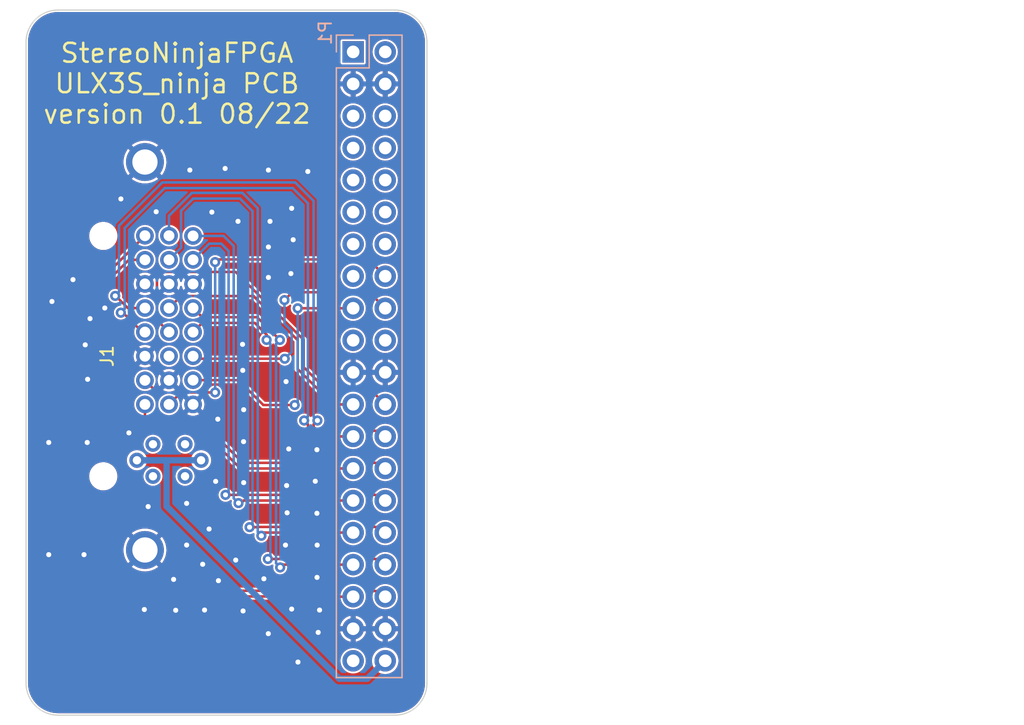
<source format=kicad_pcb>
(kicad_pcb (version 20211014) (generator pcbnew)
  (title_block (date "15 nov 2012"))
  (layers (0 "F.Cu" signal) (31 "B.Cu" signal) (34 "B.Paste" user) (35 "F.Paste" user) (36 "B.SilkS" user "B.Silkscreen") (37 "F.SilkS" user "F.Silkscreen") (38 "B.Mask" user) (39 "F.Mask" user) (44 "Edge.Cuts" user))
  (net 0 "")
  (net 1 "+5V")
  (net 2 "GND")
  (net 3 "/CAM0_SDA")
  (net 4 "/CAM0_SCL")
  (net 5 "/CAM1_SCL")
  (net 6 "/CAM1_SDA")
  (net 27 "/CAM1_D0_N")
  (net 28 "/CAM_3V3")
  (net 29 "/CAM_GPIO")
  (net 30 "/CAM0_CLK_P")
  (net 31 "/CAM0_CLK_N")
  (net 32 "/CAM0_D1_P")
  (net 33 "/CAM0_D1_N")
  (net 34 "/CAM0_D0_P")
  (net 35 "/CAM0_D0_N")
  (net 36 "/CAM1_CLK_P")
  (net 37 "/CAM1_CLK_N")
  (net 38 "/CAM1_D1_P")
  (net 39 "/CAM1_D1_N")
  (net 40 "/CAM1_D0_P")
  (footprint "digikey-footprints:DVI_Female_74320-9010" (layer "F.Cu") (at 206.985 120.8025 -90)
    (fp_text reference "J1" (at 0 4.905 90) (layer "F.SilkS"))
    (fp_text value "DVI-HX-107DIP")
    (pad "" np_thru_hole circle locked (at -9.525 5.205 270) (size 1.93 1.93) (drill 1.93) (layers F&B.Cu *.Mask))
    (pad "" np_thru_hole circle locked (at 9.525 5.205 270) (size 1.93 1.93) (drill 1.93) (layers F&B.Cu *.Mask))
    (pad "1" thru_hole circle locked (at -9.525 -1.905 270) (size 1.4 1.4) (drill 0.86) (layers *.Cu *.Mask) (net 40 "/CAM1_D0_P"))
    (pad "2" thru_hole circle locked (at -7.6325 -1.905 270) (size 1.4 1.4) (drill 0.86) (layers *.Cu *.Mask) (net 27 "/CAM1_D0_N"))
    (pad "3" thru_hole circle locked (at -5.715 -1.905 270) (size 1.4 1.4) (drill 0.86) (layers *.Cu *.Mask) (net 2 "GND"))
    (pad "4" thru_hole circle locked (at -3.8125 -1.905 270) (size 1.4 1.4) (drill 0.86) (layers *.Cu *.Mask) (net 30 "/CAM0_CLK_P"))
    (pad "5" thru_hole circle locked (at -1.9025 -1.905 270) (size 1.4 1.4) (drill 0.86) (layers *.Cu *.Mask) (net 31 "/CAM0_CLK_N"))
    (pad "6" thru_hole circle locked (at 0.0075 -1.905 270) (size 1.4 1.4) (drill 0.86) (layers *.Cu *.Mask) (net 3 "/CAM0_SDA"))
    (pad "7" thru_hole circle locked (at 1.905 -1.905 270) (size 1.4 1.4) (drill 0.86) (layers *.Cu *.Mask) (net 4 "/CAM0_SCL"))
    (pad "8" thru_hole circle locked (at 3.8275 -1.905 270) (size 1.4 1.4) (drill 0.86) (layers *.Cu *.Mask) (net 2 "GND"))
    (pad "9" thru_hole circle locked (at -9.5425 0 270) (size 1.4 1.4) (drill 0.86) (layers *.Cu *.Mask) (net 38 "/CAM1_D1_P"))
    (pad "10" thru_hole circle locked (at -7.6325 0 270) (size 1.4 1.4) (drill 0.86) (layers *.Cu *.Mask) (net 39 "/CAM1_D1_N"))
    (pad "11" thru_hole circle locked (at -5.715 0 270) (size 1.4 1.4) (drill 0.86) (layers *.Cu *.Mask) (net 2 "GND"))
    (pad "12" thru_hole circle locked (at -3.81 0 270) (size 1.4 1.4) (drill 0.86) (layers *.Cu *.Mask) (net 5 "/CAM1_SCL"))
    (pad "13" thru_hole circle locked (at -1.905 0 270) (size 1.4 1.4) (drill 0.86) (layers *.Cu *.Mask) (net 6 "/CAM1_SDA"))
    (pad "14" thru_hole circle locked (at 0 0 270) (size 1.4 1.4) (drill 0.86) (layers *.Cu *.Mask) (net 1 "+5V"))
    (pad "15" thru_hole circle locked (at 1.9175 0 270) (size 1.4 1.4) (drill 0.86) (layers *.Cu *.Mask) (net 2 "GND"))
    (pad "16" thru_hole circle locked (at 3.8275 0 270) (size 1.4 1.4) (drill 0.86) (layers *.Cu *.Mask) (net 29 "/CAM_GPIO"))
    (pad "17" thru_hole circle locked (at -9.5425 1.905 270) (size 1.4 1.4) (drill 0.86) (layers *.Cu *.Mask) (net 36 "/CAM1_CLK_P"))
    (pad "18" thru_hole circle locked (at -7.6325 1.905 270) (size 1.4 1.4) (drill 0.86) (layers *.Cu *.Mask) (net 37 "/CAM1_CLK_N"))
    (pad "19" thru_hole circle locked (at -5.7225 1.905 270) (size 1.4 1.4) (drill 0.86) (layers *.Cu *.Mask) (net 2 "GND"))
    (pad "20" thru_hole circle locked (at -3.81 1.905 270) (size 1.4 1.4) (drill 0.86) (layers *.Cu *.Mask) (net 35 "/CAM0_D0_N"))
    (pad "21" thru_hole circle locked (at -1.905 1.905 270) (size 1.4 1.4) (drill 0.86) (layers *.Cu *.Mask) (net 34 "/CAM0_D0_P"))
    (pad "22" thru_hole circle locked (at 0.0075 1.905 270) (size 1.4 1.4) (drill 0.86) (layers *.Cu *.Mask) (net 2 "GND"))
    (pad "23" thru_hole circle locked (at 1.9175 1.905 270) (size 1.4 1.4) (drill 0.86) (layers *.Cu *.Mask) (net 33 "/CAM0_D1_N"))
    (pad "24" thru_hole circle locked (at 3.8275 1.905 270) (size 1.4 1.4) (drill 0.86) (layers *.Cu *.Mask) (net 32 "/CAM0_D1_P"))
    (pad "C1" thru_hole circle locked (at 6.985 -1.27 270) (size 1.2 1.2) (drill 0.66) (layers *.Cu *.Mask))
    (pad "C2" thru_hole circle locked (at 9.525 -1.27 270) (size 1.2 1.2) (drill 0.66) (layers *.Cu *.Mask))
    (pad "C3" thru_hole circle locked (at 6.985 1.27 270) (size 1.2 1.2) (drill 0.66) (layers *.Cu *.Mask))
    (pad "C4" thru_hole circle locked (at 9.525 1.27 270) (size 1.2 1.2) (drill 0.66) (layers *.Cu *.Mask))
    (pad "C5" thru_hole circle locked (at 8.255 2.54 270) (size 1.2 1.2) (drill 0.66) (layers *.Cu *.Mask) (net 28 "/CAM_3V3"))
    (pad "C5" thru_hole circle locked (at 8.255 -2.54 270) (size 1.2 1.2) (drill 0.66) (layers *.Cu *.Mask) (net 28 "/CAM_3V3"))
    (pad "SH" thru_hole circle locked (at 15.365 1.905 270) (size 3 3) (drill 2) (layers *.Cu *.Mask) (net 2 "GND"))
    (pad "SH" thru_hole circle locked (at -15.3825 1.905 270) (size 3 3) (drill 2) (layers *.Cu *.Mask) (net 2 "GND"))
  )
  (footprint "Connector_PinSocket_2.54mm:PinSocket_2x20_P2.54mm_Vertical" (layer "B.Cu") (at 221.57 96.69 180)
    (fp_text reference "P1" (at 2.208 1.512 90) (layer "B.SilkS") (effects (justify mirror)))
    (fp_text value "ULX3S connector (JP1)")
    (fp_line (start -3.87 -49.59) (end 1.33 -49.59) (layer "B.SilkS") (width 0.12))
    (fp_line (start 1.33 -1.27) (end 1.33 -49.59) (layer "B.SilkS") (width 0.12))
    (fp_line (start 0 1.33) (end 1.33 1.33) (layer "B.SilkS") (width 0.12))
    (fp_line (start -3.87 1.33) (end -1.27 1.33) (layer "B.SilkS") (width 0.12))
    (fp_line (start 1.33 1.33) (end 1.33 0) (layer "B.SilkS") (width 0.12))
    (fp_line (start -1.27 1.33) (end -1.27 -1.27) (layer "B.SilkS") (width 0.12))
    (fp_line (start -1.27 -1.27) (end 1.33 -1.27) (layer "B.SilkS") (width 0.12))
    (fp_line (start -3.87 1.33) (end -3.87 -49.59) (layer "B.SilkS") (width 0.12))
    (pad "1" thru_hole rect locked (at 0 0 180) (size 1.7 1.7) (drill 1) (layers *.Cu *.Mask))
    (pad "2" thru_hole oval locked (at -2.54 0 180) (size 1.7 1.7) (drill 1) (layers *.Cu *.Mask))
    (pad "3" thru_hole oval locked (at 0 -2.54 180) (size 1.7 1.7) (drill 1) (layers *.Cu *.Mask) (net 2 "GND"))
    (pad "4" thru_hole oval locked (at -2.54 -2.54 180) (size 1.7 1.7) (drill 1) (layers *.Cu *.Mask) (net 2 "GND"))
    (pad "5" thru_hole oval locked (at 0 -5.08 180) (size 1.7 1.7) (drill 1) (layers *.Cu *.Mask))
    (pad "6" thru_hole oval locked (at -2.54 -5.08 180) (size 1.7 1.7) (drill 1) (layers *.Cu *.Mask))
    (pad "7" thru_hole oval locked (at 0 -7.62 180) (size 1.7 1.7) (drill 1) (layers *.Cu *.Mask))
    (pad "8" thru_hole oval locked (at -2.54 -7.62 180) (size 1.7 1.7) (drill 1) (layers *.Cu *.Mask))
    (pad "9" thru_hole oval locked (at 0 -10.16 180) (size 1.7 1.7) (drill 1) (layers *.Cu *.Mask))
    (pad "10" thru_hole oval locked (at -2.54 -10.16 180) (size 1.7 1.7) (drill 1) (layers *.Cu *.Mask))
    (pad "11" thru_hole oval locked (at 0 -12.7 180) (size 1.7 1.7) (drill 1) (layers *.Cu *.Mask))
    (pad "12" thru_hole oval locked (at -2.54 -12.7 180) (size 1.7 1.7) (drill 1) (layers *.Cu *.Mask))
    (pad "13" thru_hole oval locked (at 0 -15.24 180) (size 1.7 1.7) (drill 1) (layers *.Cu *.Mask))
    (pad "14" thru_hole oval locked (at -2.54 -15.24 180) (size 1.7 1.7) (drill 1) (layers *.Cu *.Mask))
    (pad "15" thru_hole oval locked (at 0 -17.78 180) (size 1.7 1.7) (drill 1) (layers *.Cu *.Mask))
    (pad "16" thru_hole oval locked (at -2.54 -17.78 180) (size 1.7 1.7) (drill 1) (layers *.Cu *.Mask) (net 29 "/CAM_GPIO"))
    (pad "17" thru_hole oval locked (at 0 -20.32 180) (size 1.7 1.7) (drill 1) (layers *.Cu *.Mask) (net 4 "/CAM0_SCL"))
    (pad "18" thru_hole oval locked (at -2.54 -20.32 180) (size 1.7 1.7) (drill 1) (layers *.Cu *.Mask) (net 3 "/CAM0_SDA"))
    (pad "19" thru_hole oval locked (at 0 -22.86 180) (size 1.7 1.7) (drill 1) (layers *.Cu *.Mask))
    (pad "20" thru_hole oval locked (at -2.54 -22.86 180) (size 1.7 1.7) (drill 1) (layers *.Cu *.Mask))
    (pad "21" thru_hole oval locked (at 0 -25.4 180) (size 1.7 1.7) (drill 1) (layers *.Cu *.Mask) (net 2 "GND"))
    (pad "22" thru_hole oval locked (at -2.54 -25.4 180) (size 1.7 1.7) (drill 1) (layers *.Cu *.Mask) (net 2 "GND"))
    (pad "23" thru_hole oval locked (at 0 -27.94 180) (size 1.7 1.7) (drill 1) (layers *.Cu *.Mask) (net 5 "/CAM1_SCL"))
    (pad "24" thru_hole oval locked (at -2.54 -27.94 180) (size 1.7 1.7) (drill 1) (layers *.Cu *.Mask) (net 6 "/CAM1_SDA"))
    (pad "25" thru_hole oval locked (at 0 -30.48 180) (size 1.7 1.7) (drill 1) (layers *.Cu *.Mask) (net 34 "/CAM0_D0_P"))
    (pad "26" thru_hole oval locked (at -2.54 -30.48 180) (size 1.7 1.7) (drill 1) (layers *.Cu *.Mask) (net 35 "/CAM0_D0_N"))
    (pad "27" thru_hole oval locked (at 0 -33.02 180) (size 1.7 1.7) (drill 1) (layers *.Cu *.Mask) (net 32 "/CAM0_D1_P"))
    (pad "28" thru_hole oval locked (at -2.54 -33.02 180) (size 1.7 1.7) (drill 1) (layers *.Cu *.Mask) (net 33 "/CAM0_D1_N"))
    (pad "29" thru_hole oval locked (at 0 -35.56 180) (size 1.7 1.7) (drill 1) (layers *.Cu *.Mask) (net 40 "/CAM1_D0_P"))
    (pad "30" thru_hole oval locked (at -2.54 -35.56 180) (size 1.7 1.7) (drill 1) (layers *.Cu *.Mask) (net 27 "/CAM1_D0_N"))
    (pad "31" thru_hole oval locked (at 0 -38.1 180) (size 1.7 1.7) (drill 1) (layers *.Cu *.Mask) (net 38 "/CAM1_D1_P"))
    (pad "32" thru_hole oval locked (at -2.54 -38.1 180) (size 1.7 1.7) (drill 1) (layers *.Cu *.Mask) (net 39 "/CAM1_D1_N"))
    (pad "33" thru_hole oval locked (at 0 -40.64 180) (size 1.7 1.7) (drill 1) (layers *.Cu *.Mask) (net 30 "/CAM0_CLK_P"))
    (pad "34" thru_hole oval locked (at -2.54 -40.64 180) (size 1.7 1.7) (drill 1) (layers *.Cu *.Mask) (net 31 "/CAM0_CLK_N"))
    (pad "35" thru_hole oval locked (at 0 -43.18 180) (size 1.7 1.7) (drill 1) (layers *.Cu *.Mask) (net 36 "/CAM1_CLK_P"))
    (pad "36" thru_hole oval locked (at -2.54 -43.18 180) (size 1.7 1.7) (drill 1) (layers *.Cu *.Mask) (net 37 "/CAM1_CLK_N"))
    (pad "37" thru_hole oval locked (at 0 -45.72 180) (size 1.7 1.7) (drill 1) (layers *.Cu *.Mask) (net 2 "GND"))
    (pad "38" thru_hole oval locked (at -2.54 -45.72 180) (size 1.7 1.7) (drill 1) (layers *.Cu *.Mask) (net 2 "GND"))
    (pad "39" thru_hole oval locked (at 0 -48.26 180) (size 1.7 1.7) (drill 1) (layers *.Cu *.Mask))
    (pad "40" thru_hole oval locked (at -2.54 -48.26 180) (size 1.7 1.7) (drill 1) (layers *.Cu *.Mask) (net 28 "/CAM_3V3"))
  )
  (gr_arc (start 224.873949 93.376051) (mid 226.67 94.12) (end 227.413949 95.916051) (layer "Edge.Cuts") (width 0.1))
  (gr_line (start 227.413949 95.916051) (end 227.413949 146.716051) (layer "Edge.Cuts") (width 0.1))
  (gr_line (start 195.663949 95.916051) (end 195.663949 146.716051) (layer "Edge.Cuts") (width 0.1))
  (gr_arc (start 227.413949 146.716051) (mid 226.67 148.512102) (end 224.873949 149.256051) (layer "Edge.Cuts") (width 0.1))
  (gr_arc (start 198.203949 149.256051) (mid 196.407898 148.512102) (end 195.663949 146.716051) (layer "Edge.Cuts") (width 0.1))
  (gr_arc (start 195.663949 95.916051) (mid 196.407898 94.12) (end 198.203949 93.376051) (layer "Edge.Cuts") (width 0.1))
  (gr_line (start 224.873949 93.376051) (end 198.203949 93.376051) (layer "Edge.Cuts") (width 0.1))
  (gr_line (start 198.203949 149.256051) (end 224.873949 149.256051) (layer "Edge.Cuts") (width 0.1))
  (gr_text "StereoNinjaFPGA\nULX3S_ninja PCB\nversion 0.1 08/22" (at 207.62 99.2) (layer "F.SilkS") (effects (font (size 1.5 1.5) (thickness 0.2))))
  (via (at 216.34 133.22) (size 0.8) (drill 0.4) (layers "F.Cu" "B.Cu") (net 2))
  (via (at 197.46 136.538) (size 0.8) (drill 0.4) (layers "F.Cu" "B.Cu") (net 2))
  (via (at 200.508 127.648) (size 0.8) (drill 0.4) (layers "F.Cu" "B.Cu") (net 2))
  (via (at 216.64 114.26) (size 0.8) (drill 0.4) (layers "F.Cu" "B.Cu") (net 2))
  (via (at 212.827 121.933) (size 0.8) (drill 0.4) (layers "F.Cu" "B.Cu") (net 2))
  (via (at 216.7 140.85) (size 0.8) (drill 0.4) (layers "F.Cu" "B.Cu") (net 2))
  (via (at 200.254 136.538) (size 0.8) (drill 0.4) (layers "F.Cu" "B.Cu") (net 2))
  (via (at 197.46 127.648) (size 0.8) (drill 0.4) (layers "F.Cu" "B.Cu") (net 2))
  (via (at 218.57 130.72) (size 0.8) (drill 0.4) (layers "F.Cu" "B.Cu") (net 2))
  (via (at 208.382 135.776) (size 0.8) (drill 0.4) (layers "F.Cu" "B.Cu") (net 2))
  (via (at 216.47 128.16) (size 0.8) (drill 0.4) (layers "F.Cu" "B.Cu") (net 2))
  (via (at 218.7 133.26) (size 0.8) (drill 0.4) (layers "F.Cu" "B.Cu") (net 2))
  (via (at 203.81 126.886) (size 0.8) (drill 0.4) (layers "F.Cu" "B.Cu") (net 2))
  (via (at 214.986 110.122) (size 0.8) (drill 0.4) (layers "F.Cu" "B.Cu") (net 2))
  (via (at 210.68 130.73) (size 0.8) (drill 0.4) (layers "F.Cu" "B.Cu") (net 2))
  (via (at 212.269688 136.968312) (size 0.8) (drill 0.4) (layers "F.Cu" "B.Cu") (net 2))
  (via (at 218.71 138.34) (size 0.8) (drill 0.4) (layers "F.Cu" "B.Cu") (net 2))
  (via (at 207.35 138.5) (size 0.8) (drill 0.4) (layers "F.Cu" "B.Cu") (net 2))
  (via (at 208.382 132.474) (size 0.8) (drill 0.4) (layers "F.Cu" "B.Cu") (net 2))
  (via (at 218.72 135.78) (size 0.8) (drill 0.4) (layers "F.Cu" "B.Cu") (net 2))
  (via (at 201.9 116.99) (size 0.8) (drill 0.4) (layers "F.Cu" "B.Cu") (net 2))
  (via (at 205.334 132.728) (size 0.8) (drill 0.4) (layers "F.Cu" "B.Cu") (net 2))
  (via (at 210.85 125.8) (size 0.8) (drill 0.4) (layers "F.Cu" "B.Cu") (net 2))
  (via (at 216.256 122.822) (size 0.8) (drill 0.4) (layers "F.Cu" "B.Cu") (net 2))
  (via (at 203.175 108.344) (size 0.8) (drill 0.4) (layers "F.Cu" "B.Cu") (net 2))
  (via (at 205.969 109.36) (size 0.8) (drill 0.4) (layers "F.Cu" "B.Cu") (net 2))
  (via (at 210.9 138.6) (size 0.8) (drill 0.4) (layers "F.Cu" "B.Cu") (net 2))
  (via (at 214.859 114.567) (size 0.8) (drill 0.4) (layers "F.Cu" "B.Cu") (net 2))
  (via (at 211.43 105.931) (size 0.8) (drill 0.4) (layers "F.Cu" "B.Cu") (net 2))
  (via (at 214.5 138.45) (size 0.8) (drill 0.4) (layers "F.Cu" "B.Cu") (net 2))
  (via (at 216.3 131.06) (size 0.8) (drill 0.4) (layers "F.Cu" "B.Cu") (net 2))
  (via (at 217.2 145.05) (size 0.8) (drill 0.4) (layers "F.Cu" "B.Cu") (net 2))
  (via (at 208.636 106.058) (size 0.8) (drill 0.4) (layers "F.Cu" "B.Cu") (net 2))
  (via (at 218.91 140.93) (size 0.8) (drill 0.4) (layers "F.Cu" "B.Cu") (net 2))
  (via (at 214.85 142.8) (size 0.8) (drill 0.4) (layers "F.Cu" "B.Cu") (net 2))
  (via (at 212.45 110.12) (size 0.8) (drill 0.4) (layers "F.Cu" "B.Cu") (net 2))
  (via (at 214.859 106.058) (size 0.8) (drill 0.4) (layers "F.Cu" "B.Cu") (net 2))
  (via (at 217.98 106.17) (size 0.8) (drill 0.4) (layers "F.Cu" "B.Cu") (net 2))
  (via (at 205.032 140.886) (size 0.8) (drill 0.4) (layers "F.Cu" "B.Cu") (net 2))
  (via (at 216.21 135.78) (size 0.8) (drill 0.4) (layers "F.Cu" "B.Cu") (net 2))
  (via (at 199.38 114.74) (size 0.8) (drill 0.4) (layers "F.Cu" "B.Cu") (net 2))
  (via (at 200.73 117.83) (size 0.8) (drill 0.4) (layers "F.Cu" "B.Cu") (net 2))
  (via (at 210.38 109.39) (size 0.8) (drill 0.4) (layers "F.Cu" "B.Cu") (net 2))
  (via (at 212.85 141) (size 0.8) (drill 0.4) (layers "F.Cu" "B.Cu") (net 2))
  (via (at 212.9 125.05) (size 0.8) (drill 0.4) (layers "F.Cu" "B.Cu") (net 2))
  (via (at 197.714 116.472) (size 0.8) (drill 0.4) (layers "F.Cu" "B.Cu") (net 2))
  (via (at 207.516 140.946) (size 0.8) (drill 0.4) (layers "F.Cu" "B.Cu") (net 2))
  (via (at 200.54 122.64) (size 0.8) (drill 0.4) (layers "F.Cu" "B.Cu") (net 2))
  (via (at 216.7 109.09) (size 0.8) (drill 0.4) (layers "F.Cu" "B.Cu") (net 2))
  (via (at 214.859 112.154) (size 0.8) (drill 0.4) (layers "F.Cu" "B.Cu") (net 2))
  (via (at 218.7 128.22) (size 0.8) (drill 0.4) (layers "F.Cu" "B.Cu") (net 2))
  (via (at 200.35 119.91) (size 0.8) (drill 0.4) (layers "F.Cu" "B.Cu") (net 2))
  (via (at 212.81 119.87) (size 0.8) (drill 0.4) (layers "F.Cu" "B.Cu") (net 2))
  (via (at 212.89 127.58) (size 0.8) (drill 0.4) (layers "F.Cu" "B.Cu") (net 2))
  (via (at 209.802 140.926) (size 0.8) (drill 0.4) (layers "F.Cu" "B.Cu") (net 2))
  (via (at 216.82 111.58) (size 0.8) (drill 0.4) (layers "F.Cu" "B.Cu") (net 2))
  (via (at 209.652 137.3) (size 0.8) (drill 0.4) (layers "F.Cu" "B.Cu") (net 2))
  (via (at 212.9 130.83) (size 0.8) (drill 0.4) (layers "F.Cu" "B.Cu") (net 2))
  (via (at 218.8 142.7) (size 0.8) (drill 0.4) (layers "F.Cu" "B.Cu") (net 2))
  (via (at 210.16 134.506) (size 0.8) (drill 0.4) (layers "F.Cu" "B.Cu") (net 2))
  (segment (start 224.11 117.01) (end 222.84 115.74) (width 0.2) (layer "F.Cu") (net 3))
  (segment (start 209.09 121.01) (end 208.89 120.81) (width 0.2) (layer "F.Cu") (net 3))
  (segment (start 216.15 121.01) (end 209.09 121.01) (width 0.2) (layer "F.Cu") (net 3))
  (segment (start 216.75 115.74) (end 216.13 116.36) (width 0.2) (layer "F.Cu") (net 3))
  (segment (start 222.84 115.74) (end 216.75 115.74) (width 0.2) (layer "F.Cu") (net 3))
  (via (at 216.15 121.01) (size 0.8) (drill 0.4) (layers "F.Cu" "B.Cu") (net 3))
  (via (at 216.13 116.36) (size 0.8) (drill 0.4) (layers "F.Cu" "B.Cu") (net 3))
  (segment (start 216.7 118.8) (end 216.7 120.46) (width 0.2) (layer "B.Cu") (net 3))
  (segment (start 216.13 116.36) (end 216.13 118.23) (width 0.2) (layer "B.Cu") (net 3))
  (segment (start 216.13 118.23) (end 216.7 118.8) (width 0.2) (layer "B.Cu") (net 3))
  (segment (start 216.7 120.46) (end 216.15 121.01) (width 0.2) (layer "B.Cu") (net 3))
  (segment (start 214.46 124.68) (end 212.4875 122.7075) (width 0.2) (layer "F.Cu") (net 4))
  (segment (start 221.57 117.01) (end 217.18 117.01) (width 0.2) (layer "F.Cu") (net 4))
  (segment (start 216.94 124.68) (end 214.46 124.68) (width 0.2) (layer "F.Cu") (net 4))
  (segment (start 212.4875 122.7075) (end 208.89 122.7075) (width 0.2) (layer "F.Cu") (net 4))
  (via (at 216.94 124.68) (size 0.8) (drill 0.4) (layers "F.Cu" "B.Cu") (net 4))
  (via (at 217.18 117.01) (size 0.8) (drill 0.4) (layers "F.Cu" "B.Cu") (net 4))
  (segment (start 217.18 124.44) (end 216.94 124.68) (width 0.2) (layer "B.Cu") (net 4))
  (segment (start 217.18 117.01) (end 217.18 124.44) (width 0.2) (layer "B.Cu") (net 4))
  (segment (start 207.9375 116.04) (end 213.67873 116.04) (width 0.2) (layer "F.Cu") (net 5))
  (segment (start 213.67873 116.04) (end 213.939365 116.300635) (width 0.2) (layer "F.Cu") (net 5))
  (segment (start 219.982731 124.63) (end 217.176499 121.823768) (width 0.2) (layer "F.Cu") (net 5))
  (segment (start 217.176499 121.823768) (end 217.176499 119.537769) (width 0.2) (layer "F.Cu") (net 5))
  (segment (start 221.57 124.63) (end 219.982731 124.63) (width 0.2) (layer "F.Cu") (net 5))
  (segment (start 213.939365 116.300635) (end 213.70253 116.0638) (width 0.2) (layer "F.Cu") (net 5))
  (segment (start 206.985 116.9925) (end 207.9375 116.04) (width 0.2) (layer "F.Cu") (net 5))
  (segment (start 217.176499 119.537769) (end 213.939365 116.300635) (width 0.2) (layer "F.Cu") (net 5))
  (segment (start 217.653 119.52) (end 217.653 121.679) (width 0.2) (layer "F.Cu") (net 6))
  (segment (start 206.985 118.8975) (end 206.0062 117.9187) (width 0.1524) (layer "F.Cu") (net 6))
  (segment (start 222.81 123.33) (end 224.11 124.63) (width 0.2) (layer "F.Cu") (net 6))
  (segment (start 217.653 121.679) (end 219.304 123.33) (width 0.2) (layer "F.Cu") (net 6))
  (segment (start 206.03 117.9425) (end 206.03 114.6824) (width 0.2) (layer "F.Cu") (net 6))
  (segment (start 206.03 114.6824) (end 206.5824 114.13) (width 0.2) (layer "F.Cu") (net 6))
  (segment (start 206.5824 114.13) (end 212.2548 114.13) (width 0.2) (layer "F.Cu") (net 6))
  (segment (start 219.304 123.33) (end 222.81 123.33) (width 0.2) (layer "F.Cu") (net 6))
  (segment (start 212.2943 114.1613) (end 217.653 119.52) (width 0.2) (layer "F.Cu") (net 6))
  (segment (start 206.985 118.8975) (end 206.03 117.9425) (width 0.2) (layer "F.Cu") (net 6))
  (segment (start 222.675635 131.8) (end 223.66 131.8) (width 0.2) (layer "F.Cu") (net 27))
  (segment (start 211.4605 131.8) (end 220.464365 131.8) (width 0.2) (layer "F.Cu") (net 27))
  (segment (start 221.114365 131.15) (end 222.025635 131.15) (width 0.2) (layer "F.Cu") (net 27))
  (segment (start 222.025635 131.15) (end 222.675635 131.8) (width 0.2) (layer "F.Cu") (net 27))
  (segment (start 220.464365 131.8) (end 221.114365 131.15) (width 0.2) (layer "F.Cu") (net 27))
  (segment (start 223.66 131.8) (end 224.11 132.25) (width 0.2) (layer "F.Cu") (net 27))
  (via (at 211.4605 131.8) (size 0.8) (drill 0.4) (layers "F.Cu" "B.Cu") (net 27))
  (segment (start 211.704999 112.469973) (end 211.125026 111.89) (width 0.2) (layer "B.Cu") (net 27))
  (segment (start 210.17 111.89) (end 208.89 113.17) (width 0.2) (layer "B.Cu") (net 27))
  (segment (start 211.704999 131.555501) (end 211.704999 112.469973) (width 0.2) (layer "B.Cu") (net 27))
  (segment (start 211.125026 111.89) (end 210.17 111.89) (width 0.2) (layer "B.Cu") (net 27))
  (segment (start 211.4605 131.8) (end 211.704999 131.555501) (width 0.2) (layer "B.Cu") (net 27))
  (segment (start 220.47 146.37) (end 210.82 136.72) (width 0.5) (layer "B.Cu") (net 28))
  (segment (start 206.792257 129.137743) (end 206.712014 129.0575) (width 0.5) (layer "B.Cu") (net 28))
  (segment (start 206.712014 129.0575) (end 204.445 129.0575) (width 0.5) (layer "B.Cu") (net 28))
  (segment (start 209.525 129.0575) (end 204.445 129.0575) (width 0.5) (layer "B.Cu") (net 28))
  (segment (start 210.82 136.72) (end 210.81 136.72) (width 0.5) (layer "B.Cu") (net 28))
  (segment (start 222.69 146.37) (end 220.47 146.37) (width 0.5) (layer "B.Cu") (net 28))
  (segment (start 224.11 144.95) (end 222.69 146.37) (width 0.5) (layer "B.Cu") (net 28))
  (segment (start 206.792257 132.702257) (end 206.792257 129.137743) (width 0.5) (layer "B.Cu") (net 28))
  (segment (start 210.81 136.72) (end 206.792257 132.702257) (width 0.5) (layer "B.Cu") (net 28))
  (segment (start 206.985 124.63) (end 207.935 123.68) (width 0.2) (layer "F.Cu") (net 29))
  (segment (start 222.78 113.14) (end 210.9376 113.14) (width 0.2) (layer "F.Cu") (net 29))
  (segment (start 210.6838 113.3938) (end 210.64 113.35) (width 0.1524) (layer "F.Cu") (net 29))
  (segment (start 210.9376 113.14) (end 210.6838 113.3938) (width 0.2) (layer "F.Cu") (net 29))
  (segment (start 223.0338 113.3938) (end 222.78 113.14) (width 0.2) (layer "F.Cu") (net 29))
  (segment (start 207.935 123.68) (end 210.64 123.68) (width 0.2) (layer "F.Cu") (net 29))
  (segment (start 224.11 114.47) (end 223.0338 113.3938) (width 0.2) (layer "F.Cu") (net 29))
  (via (at 210.64 113.35) (size 0.8) (drill 0.4) (layers "F.Cu" "B.Cu") (net 29))
  (via (at 210.64 123.68) (size 0.8) (drill 0.4) (layers "F.Cu" "B.Cu") (net 29))
  (segment (start 210.64 113.35) (end 210.64 123.68) (width 0.2) (layer "B.Cu") (net 29))
  (segment (start 213.964999 117.719999) (end 209.619999 117.719999) (width 0.2) (layer "F.Cu") (net 30))
  (segment (start 209.619999 117.719999) (end 208.89 116.99) (width 0.2) (layer "F.Cu") (net 30))
  (segment (start 215.79 137.55) (end 216.01 137.33) (width 0.2) (layer "F.Cu") (net 30))
  (segment (start 215.765 119.52) (end 213.964999 117.719999) (width 0.2) (layer "F.Cu") (net 30))
  (segment (start 216.01 137.33) (end 221.57 137.33) (width 0.2) (layer "F.Cu") (net 30))
  (via (at 215.765 119.52) (size 0.8) (drill 0.4) (layers "F.Cu" "B.Cu") (net 30))
  (via (at 215.79 137.55) (size 0.8) (drill 0.4) (layers "F.Cu" "B.Cu") (net 30))
  (segment (start 215.465001 137.225001) (end 215.465001 119.819999) (width 0.2) (layer "B.Cu") (net 30))
  (segment (start 215.79 137.55) (end 215.465001 137.225001) (width 0.2) (layer "B.Cu") (net 30))
  (segment (start 215.465001 119.819999) (end 215.765 119.52) (width 0.2) (layer "B.Cu") (net 30))
  (segment (start 214.715 119.52) (end 214.715 119.106397) (width 0.2) (layer "F.Cu") (net 31))
  (segment (start 222.046346 136.18) (end 222.746346 136.88) (width 0.2) (layer "F.Cu") (net 31))
  (segment (start 223.66 136.88) (end 224.11 137.33) (width 0.2) (layer "F.Cu") (net 31))
  (segment (start 214.715 119.106397) (end 213.778604 118.170001) (width 0.2) (layer "F.Cu") (net 31))
  (segment (start 213.778604 118.170001) (end 209.619999 118.170001) (width 0.2) (layer "F.Cu") (net 31))
  (segment (start 214.815501 136.88) (end 220.393654 136.88) (width 0.2) (layer "F.Cu") (net 31))
  (segment (start 221.093654 136.18) (end 222.046346 136.18) (width 0.2) (layer "F.Cu") (net 31))
  (segment (start 222.746346 136.88) (end 223.66 136.88) (width 0.2) (layer "F.Cu") (net 31))
  (segment (start 209.619999 118.170001) (end 208.89 118.9) (width 0.2) (layer "F.Cu") (net 31))
  (segment (start 220.393654 136.88) (end 221.093654 136.18) (width 0.2) (layer "F.Cu") (net 31))
  (via (at 214.715 119.52) (size 0.8) (drill 0.4) (layers "F.Cu" "B.Cu") (net 31))
  (via (at 214.815501 136.88) (size 0.8) (drill 0.4) (layers "F.Cu" "B.Cu") (net 31))
  (segment (start 215.014999 119.819999) (end 214.715 119.52) (width 0.2) (layer "B.Cu") (net 31))
  (segment (start 215.014999 136.680502) (end 215.014999 119.819999) (width 0.2) (layer "B.Cu") (net 31))
  (segment (start 214.815501 136.88) (end 215.014999 136.680502) (width 0.2) (layer "B.Cu") (net 31))
  (segment (start 206.015 126.505) (end 205.08 125.57) (width 0.2) (layer "F.Cu") (net 32))
  (segment (start 209.4368 126.505) (end 206.575 126.505) (width 0.2) (layer "F.Cu") (net 32))
  (segment (start 212.6418 129.71) (end 209.4368 126.505) (width 0.2) (layer "F.Cu") (net 32))
  (segment (start 221.57 129.71) (end 212.6418 129.71) (width 0.2) (layer "F.Cu") (net 32))
  (segment (start 206.575 126.505) (end 206.015 126.505) (width 0.2) (layer "F.Cu") (net 32))
  (segment (start 205.08 125.57) (end 205.08 124.63) (width 0.2) (layer "F.Cu") (net 32))
  (segment (start 212.8282 129.26) (end 209.6232 126.055) (width 0.2) (layer "F.Cu") (net 33))
  (segment (start 205.08 122.72) (end 206.03 123.67) (width 0.2) (layer "F.Cu") (net 33))
  (segment (start 206.03 123.67) (end 206.03 125.615) (width 0.2) (layer "F.Cu") (net 33))
  (segment (start 209.6232 126.055) (end 206.755 126.055) (width 0.2) (layer "F.Cu") (net 33))
  (segment (start 206.03 125.615) (end 206.1775 125.7625) (width 0.2) (layer "F.Cu") (net 33))
  (segment (start 224.11 129.71) (end 223.66 129.26) (width 0.2) (layer "F.Cu") (net 33))
  (segment (start 221.114365 128.61) (end 220.464365 129.26) (width 0.2) (layer "F.Cu") (net 33))
  (segment (start 206.755 126.055) (end 206.47 126.055) (width 0.2) (layer "F.Cu") (net 33))
  (segment (start 222.025635 128.61) (end 221.114365 128.61) (width 0.2) (layer "F.Cu") (net 33))
  (segment (start 220.464365 129.26) (end 212.8282 129.26) (width 0.2) (layer "F.Cu") (net 33))
  (segment (start 222.675635 129.26) (end 222.025635 128.61) (width 0.2) (layer "F.Cu") (net 33))
  (segment (start 223.66 129.26) (end 222.675635 129.26) (width 0.2) (layer "F.Cu") (net 33))
  (segment (start 206.47 126.055) (end 206.1775 125.7625) (width 0.2) (layer "F.Cu") (net 33))
  (segment (start 217.988517 126.606717) (end 217.988517 126.206228) (width 0.2) (layer "F.Cu") (net 34))
  (segment (start 205.08 118.8975) (end 204.8775 118.8975) (width 0.2) (layer "F.Cu") (net 34))
  (segment (start 218.5518 127.17) (end 217.988517 126.606717) (width 0.2) (layer "F.Cu") (net 34))
  (segment (start 221.57 127.17) (end 218.5518 127.17) (width 0.2) (layer "F.Cu") (net 34))
  (segment (start 217.988517 126.206228) (end 217.688518 125.906229) (width 0.2) (layer "F.Cu") (net 34))
  (segment (start 203.34 117.36) (end 203.17 117.36) (width 0.2) (layer "F.Cu") (net 34))
  (segment (start 204.8775 118.8975) (end 203.34 117.36) (width 0.2) (layer "F.Cu") (net 34))
  (via (at 217.688518 125.906229) (size 0.8) (drill 0.4) (layers "F.Cu" "B.Cu") (net 34))
  (via (at 203.17 117.36) (size 0.8) (drill 0.4) (layers "F.Cu" "B.Cu") (net 34))
  (segment (start 203.17 117.36) (end 203.475001 117.054999) (width 0.2) (layer "B.Cu") (net 34))
  (segment (start 203.475001 110.653199) (end 206.6432 107.485) (width 0.2) (layer "B.Cu") (net 34))
  (segment (start 206.6432 107.485) (end 216.7868 107.485) (width 0.2) (layer "B.Cu") (net 34))
  (segment (start 217.988517 125.60623) (end 217.688518 125.906229) (width 0.2) (layer "B.Cu") (net 34))
  (segment (start 217.988517 108.686717) (end 217.988517 125.60623) (width 0.2) (layer "B.Cu") (net 34))
  (segment (start 216.7868 107.485) (end 217.988517 108.686717) (width 0.2) (layer "B.Cu") (net 34))
  (segment (start 203.475001 117.054999) (end 203.475001 110.653199) (width 0.2) (layer "B.Cu") (net 34))
  (segment (start 218.7382 126.72) (end 218.438519 126.420319) (width 0.2) (layer "F.Cu") (net 35))
  (segment (start 223.66 126.72) (end 222.675635 126.72) (width 0.2) (layer "F.Cu") (net 35))
  (segment (start 218.438519 126.420319) (end 218.438519 126.206228) (width 0.2) (layer "F.Cu") (net 35))
  (segment (start 222.675635 126.72) (end 222.025635 126.07) (width 0.2) (layer "F.Cu") (net 35))
  (segment (start 222.025635 126.07) (end 221.114365 126.07) (width 0.2) (layer "F.Cu") (net 35))
  (segment (start 221.114365 126.07) (end 220.464365 126.72) (width 0.2) (layer "F.Cu") (net 35))
  (segment (start 203.721739 116.9925) (end 202.759239 116.03) (width 0.2) (layer "F.Cu") (net 35))
  (segment (start 220.464365 126.72) (end 218.7382 126.72) (width 0.2) (layer "F.Cu") (net 35))
  (segment (start 205.08 116.9925) (end 203.721739 116.9925) (width 0.2) (layer "F.Cu") (net 35))
  (segment (start 202.759239 116.03) (end 202.725 116.03) (width 0.2) (layer "F.Cu") (net 35))
  (segment (start 224.11 127.17) (end 223.66 126.72) (width 0.2) (layer "F.Cu") (net 35))
  (segment (start 218.438519 126.206228) (end 218.738518 125.906229) (width 0.2) (layer "F.Cu") (net 35))
  (via (at 202.725 116.03) (size 0.8) (drill 0.4) (layers "F.Cu" "B.Cu") (net 35))
  (via (at 218.738518 125.906229) (size 0.8) (drill 0.4) (layers "F.Cu" "B.Cu") (net 35))
  (segment (start 218.438519 108.500319) (end 218.438519 125.60623) (width 0.2) (layer "B.Cu") (net 35))
  (segment (start 203.024999 110.466801) (end 203.024999 115.730001) (width 0.2) (layer "B.Cu") (net 35))
  (segment (start 206.4568 107.035) (end 203.024999 110.466801) (width 0.2) (layer "B.Cu") (net 35))
  (segment (start 218.438519 125.60623) (end 218.738518 125.906229) (width 0.2) (layer "B.Cu") (net 35))
  (segment (start 216.9732 107.035) (end 206.4568 107.035) (width 0.2) (layer "B.Cu") (net 35))
  (segment (start 203.024999 115.730001) (end 202.725 116.03) (width 0.2) (layer "B.Cu") (net 35))
  (segment (start 218.438519 108.500319) (end 216.9732 107.035) (width 0.2) (layer "B.Cu") (net 35))
  (segment (start 218.0682 139.87) (end 218.0482 139.85) (width 0.2) (layer "F.Cu") (net 36))
  (segment (start 198.505 117.835) (end 205.08 111.26) (width 0.2) (layer "F.Cu") (net 36))
  (segment (start 218.0482 139.85) (end 201 139.85) (width 0.2) (layer "F.Cu") (net 36))
  (segment (start 198.505 137.355) (end 198.505 117.835) (width 0.2) (layer "F.Cu") (net 36))
  (segment (start 201 139.85) (end 198.505 137.355) (width 0.2) (layer "F.Cu") (net 36))
  (segment (start 221.57 139.87) (end 218.0682 139.87) (width 0.2) (layer "F.Cu") (net 36))
  (segment (start 222.046346 138.72) (end 221.093654 138.72) (width 0.2) (layer "F.Cu") (net 37))
  (segment (start 222.746346 139.42) (end 222.046346 138.72) (width 0.2) (layer "F.Cu") (net 37))
  (segment (start 203.806397 113.17) (end 205.08 113.17) (width 0.2) (layer "F.Cu") (net 37))
  (segment (start 224.11 139.87) (end 223.66 139.42) (width 0.2) (layer "F.Cu") (net 37))
  (segment (start 220.413654 139.4) (end 201.15 139.4) (width 0.2) (layer "F.Cu") (net 37))
  (segment (start 223.66 139.42) (end 222.746346 139.42) (width 0.2) (layer "F.Cu") (net 37))
  (segment (start 198.955 118.021397) (end 203.806397 113.17) (width 0.2) (layer "F.Cu") (net 37))
  (segment (start 198.955 137.205) (end 198.955 118.021397) (width 0.2) (layer "F.Cu") (net 37))
  (segment (start 201.15 139.4) (end 198.955 137.205) (width 0.2) (layer "F.Cu") (net 37))
  (segment (start 221.093654 138.72) (end 220.413654 139.4) (width 0.2) (layer "F.Cu") (net 37))
  (segment (start 214.3 135.04) (end 214.55 134.79) (width 0.2) (layer "F.Cu") (net 38))
  (segment (start 214.55 134.79) (end 221.57 134.79) (width 0.2) (layer "F.Cu") (net 38))
  (via (at 214.3 135.04) (size 0.8) (drill 0.4) (layers "F.Cu" "B.Cu") (net 38))
  (segment (start 208.7968 107.865) (end 206.985 109.6768) (width 0.2) (layer "B.Cu") (net 38))
  (segment (start 212.7932 107.865) (end 208.7968 107.865) (width 0.2) (layer "B.Cu") (net 38))
  (segment (start 206.985 109.6768) (end 206.985 111.26) (width 0.2) (layer "B.Cu") (net 38))
  (segment (start 214.0155 109.0873) (end 212.7932 107.865) (width 0.2) (layer "B.Cu") (net 38))
  (segment (start 214.3 135.04) (end 214.0155 134.7555) (width 0.2) (layer "B.Cu") (net 38))
  (segment (start 214.0155 134.7555) (end 214.0155 109.0873) (width 0.2) (layer "B.Cu") (net 38))
  (segment (start 221.093654 133.64) (end 222.046346 133.64) (width 0.2) (layer "F.Cu") (net 39))
  (segment (start 214.0518 134.36) (end 214.0718 134.34) (width 0.2) (layer "F.Cu") (net 39))
  (segment (start 213.366 134.36) (end 214.0518 134.36) (width 0.2) (layer "F.Cu") (net 39))
  (segment (start 214.0718 134.34) (end 220.393654 134.34) (width 0.2) (layer "F.Cu") (net 39))
  (segment (start 223.66 134.34) (end 224.11 134.79) (width 0.2) (layer "F.Cu") (net 39))
  (segment (start 220.393654 134.34) (end 221.093654 133.64) (width 0.2) (layer "F.Cu") (net 39))
  (segment (start 222.746346 134.34) (end 223.66 134.34) (width 0.2) (layer "F.Cu") (net 39))
  (segment (start 222.046346 133.64) (end 222.746346 134.34) (width 0.2) (layer "F.Cu") (net 39))
  (via (at 213.366 134.36) (size 0.8) (drill 0.4) (layers "F.Cu" "B.Cu") (net 39))
  (segment (start 213.6 109.3082) (end 213.6 134.126) (width 0.2) (layer "B.Cu") (net 39))
  (segment (start 207.94 112.215) (end 207.94 109.287486) (width 0.2) (layer "B.Cu") (net 39))
  (segment (start 208.912486 108.315) (end 212.6068 108.315) (width 0.2) (layer "B.Cu") (net 39))
  (segment (start 206.985 113.17) (end 207.94 112.215) (width 0.2) (layer "B.Cu") (net 39))
  (segment (start 207.94 109.287486) (end 208.912486 108.315) (width 0.2) (layer "B.Cu") (net 39))
  (segment (start 213.6 134.126) (end 213.366 134.36) (width 0.2) (layer "B.Cu") (net 39))
  (segment (start 212.6068 108.315) (end 213.6 109.3082) (width 0.2) (layer "B.Cu") (net 39))
  (segment (start 212.6987 132.4495) (end 212.8982 132.25) (width 0.2) (layer "F.Cu") (net 40))
  (segment (start 212.49 132.4495) (end 212.6987 132.4495) (width 0.2) (layer "F.Cu") (net 40))
  (segment (start 212.8982 132.25) (end 221.57 132.25) (width 0.2) (layer "F.Cu") (net 40))
  (via (at 212.49 132.4495) (size 0.8) (drill 0.4) (layers "F.Cu" "B.Cu") (net 40))
  (segment (start 212.11 112.08) (end 211.3075 111.2775) (width 0.2) (layer "B.Cu") (net 40))
  (segment (start 212.11 132.0695) (end 212.11 112.08) (width 0.2) (layer "B.Cu") (net 40))
  (segment (start 211.3075 111.2775) (end 208.89 111.2775) (width 0.2) (layer "B.Cu") (net 40))
  (segment (start 212.49 132.4495) (end 212.11 132.0695) (width 0.2) (layer "B.Cu") (net 40))
  (zone (net 2) (net_name "GND") (layers F&B.Cu) (priority 1) (connect_pads (clearance 0.1524)) (min_thickness 0.1524) (fill yes (thermal_gap 0.2) (thermal_bridge_width 0.4))
    (polygon (pts (xy 230.298 150.077) (xy 193.6 150.077) (xy 193.6 92.578) (xy 230.298 92.578)))
  )
)
</source>
